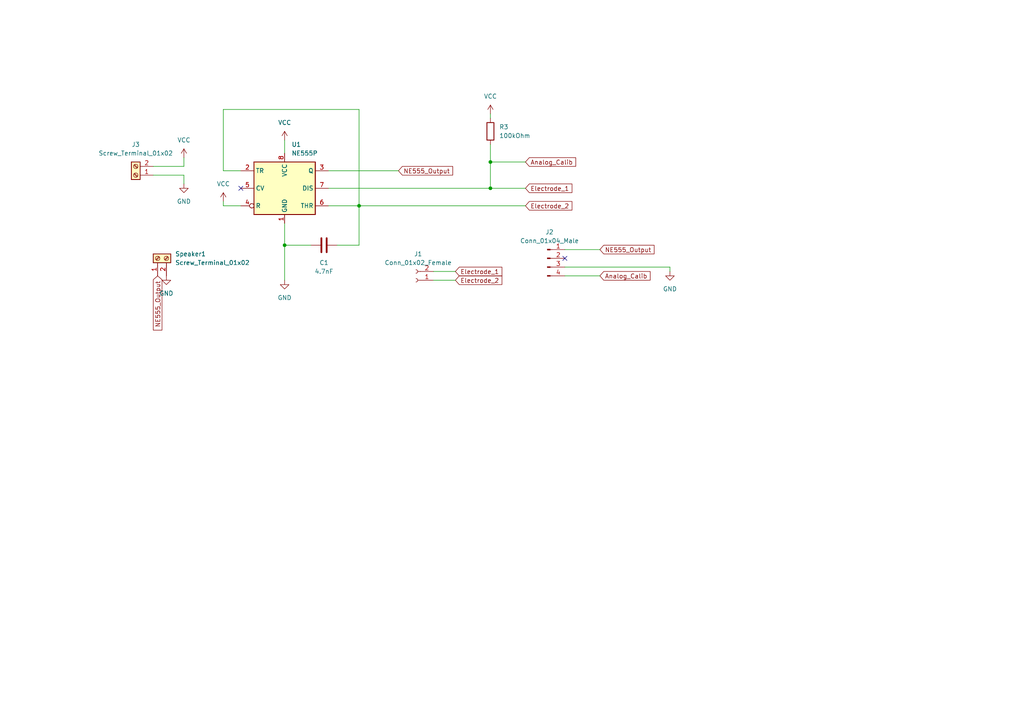
<source format=kicad_sch>
(kicad_sch (version 20211123) (generator eeschema)
  (paper "A4")
  (lib_symbols
    (symbol "Connector:Conn_01x02_Female" (pin_names (offset 1.016) hide)
      (property "Reference" "J" (at 0 2.54 0))
      (property "Value" "Conn_01x02_Female" (at 0 -5.08 0))
      (symbol "Conn_01x02_Female_1_1"
        (arc (start 0 -2.032) (mid -0.508 -2.54) (end 0 -3.048) (stroke (width 0.1524)))
        (polyline (pts (xy -1.27 -2.54) (xy -0.508 -2.54)) (stroke (width 0.1524)))
        (polyline (pts (xy -1.27 0) (xy -0.508 0)) (stroke (width 0.1524)))
        (arc (start 0 0.508) (mid -0.508 0) (end 0 -0.508) (stroke (width 0.1524)))
        (pin passive line (at -5.08 0 0) (length 3.81) (name "Pin_1") (number "1"))
        (pin passive line (at -5.08 -2.54 0) (length 3.81) (name "Pin_2") (number "2"))
      )
    )
    (symbol "Connector:Conn_01x04_Male" (pin_names (offset 1.016) hide)
      (property "Reference" "J" (at 0 5.08 0))
      (property "Value" "Conn_01x04_Male" (at 0 -7.62 0))
      (symbol "Conn_01x04_Male_1_1"
        (polyline (pts (xy 1.27 -5.08) (xy 0.8636 -5.08)) (stroke (width 0.1524)))
        (polyline (pts (xy 1.27 -2.54) (xy 0.8636 -2.54)) (stroke (width 0.1524)))
        (polyline (pts (xy 1.27 0) (xy 0.8636 0)) (stroke (width 0.1524)))
        (polyline (pts (xy 1.27 2.54) (xy 0.8636 2.54)) (stroke (width 0.1524)))
        (rectangle (start 0.8636 -4.953) (end 0 -5.207) (stroke (width 0.1524)) (fill (type outline)))
        (rectangle (start 0.8636 -2.413) (end 0 -2.667) (stroke (width 0.1524)) (fill (type outline)))
        (rectangle (start 0.8636 0.127) (end 0 -0.127) (stroke (width 0.1524)) (fill (type outline)))
        (rectangle (start 0.8636 2.667) (end 0 2.413) (stroke (width 0.1524)) (fill (type outline)))
        (pin passive line (at 5.08 2.54 180) (length 3.81) (name "Pin_1") (number "1"))
        (pin passive line (at 5.08 0 180) (length 3.81) (name "Pin_2") (number "2"))
        (pin passive line (at 5.08 -2.54 180) (length 3.81) (name "Pin_3") (number "3"))
        (pin passive line (at 5.08 -5.08 180) (length 3.81) (name "Pin_4") (number "4"))
      )
    )
    (symbol "Connector:Screw_Terminal_01x02" (pin_names (offset 1.016) hide)
      (property "Reference" "J" (at 0 2.54 0))
      (property "Value" "Screw_Terminal_01x02" (at 0 -5.08 0))
      (symbol "Screw_Terminal_01x02_1_1"
        (rectangle (start -1.27 1.27) (end 1.27 -3.81) (stroke (width 0.254)) (fill (type background)))
        (circle (center 0 -2.54) (radius 0.635) (stroke (width 0.1524)))
        (polyline (pts (xy -0.5334 -2.2098) (xy 0.3302 -3.048)) (stroke (width 0.1524)))
        (polyline (pts (xy -0.5334 0.3302) (xy 0.3302 -0.508)) (stroke (width 0.1524)))
        (polyline (pts (xy -0.3556 -2.032) (xy 0.508 -2.8702)) (stroke (width 0.1524)))
        (polyline (pts (xy -0.3556 0.508) (xy 0.508 -0.3302)) (stroke (width 0.1524)))
        (circle (center 0 0) (radius 0.635) (stroke (width 0.1524)))
        (pin passive line (at -5.08 0 0) (length 3.81) (name "Pin_1") (number "1"))
        (pin passive line (at -5.08 -2.54 0) (length 3.81) (name "Pin_2") (number "2"))
      )
    )
    (symbol "Device:C" (pin_numbers hide) (pin_names (offset 0.254))
      (property "Reference" "C" (at 0.635 2.54 0))
      (property "Value" "C" (at 0.635 -2.54 0))
      (symbol "C_0_1"
        (polyline (pts (xy -2.032 -0.762) (xy 2.032 -0.762)) (stroke (width 0.508)))
        (polyline (pts (xy -2.032 0.762) (xy 2.032 0.762)) (stroke (width 0.508)))
      )
      (symbol "C_1_1"
        (pin passive line (at 0 3.81 270) (length 2.794) (name "~") (number "1"))
        (pin passive line (at 0 -3.81 90) (length 2.794) (name "~") (number "2"))
      )
    )
    (symbol "Device:R" (pin_numbers hide) (pin_names (offset 0))
      (property "Reference" "R" (at 2.032 0 90))
      (property "Value" "R" (at 0 0 90))
      (symbol "R_0_1"
        (rectangle (start -1.016 -2.54) (end 1.016 2.54) (stroke (width 0.254)))
      )
      (symbol "R_1_1"
        (pin passive line (at 0 3.81 270) (length 1.27) (name "~") (number "1"))
        (pin passive line (at 0 -3.81 90) (length 1.27) (name "~") (number "2"))
      )
    )
    (symbol "Timer:NE555P"
      (property "Reference" "U" (at -10.16 8.89 0))
      (property "Value" "NE555P" (at 2.54 8.89 0))
      (symbol "NE555P_0_0"
        (pin power_in line (at 0 -10.16 90) (length 2.54) (name "GND") (number "1"))
        (pin power_in line (at 0 10.16 270) (length 2.54) (name "VCC") (number "8"))
      )
      (symbol "NE555P_0_1"
        (rectangle (start -8.89 -7.62) (end 8.89 7.62) (stroke (width 0.254)) (fill (type background)))
        (rectangle (start -8.89 -7.62) (end 8.89 7.62) (stroke (width 0.254)) (fill (type background)))
      )
      (symbol "NE555P_1_1"
        (pin input line (at -12.7 5.08 0) (length 3.81) (name "TR") (number "2"))
        (pin output line (at 12.7 5.08 180) (length 3.81) (name "Q") (number "3"))
        (pin input inverted (at -12.7 -5.08 0) (length 3.81) (name "R") (number "4"))
        (pin input line (at -12.7 0 0) (length 3.81) (name "CV") (number "5"))
        (pin input line (at 12.7 -5.08 180) (length 3.81) (name "THR") (number "6"))
        (pin input line (at 12.7 0 180) (length 3.81) (name "DIS") (number "7"))
      )
    )
    (symbol "power:GND" (power) (pin_names (offset 0))
      (property "Value" "GND" (at 0 -3.81 0))
      (symbol "GND_0_1"
        (polyline (pts (xy 0 0) (xy 0 -1.27) (xy 1.27 -1.27) (xy 0 -2.54) (xy -1.27 -1.27) (xy 0 -1.27)))
      )
      (symbol "GND_1_1"
        (pin power_in line (at 0 0 270) (length 0) hide (name "GND") (number "1"))
      )
    )
    (symbol "power:VCC" (power) (pin_names (offset 0))
      (property "Value" "VCC" (at 0 3.81 0))
      (symbol "VCC_0_1"
        (polyline (pts (xy -0.762 1.27) (xy 0 2.54)))
        (polyline (pts (xy 0 0) (xy 0 2.54)))
        (polyline (pts (xy 0 2.54) (xy 0.762 1.27)))
      )
      (symbol "VCC_1_1"
        (pin power_in line (at 0 0 90) (length 0) hide (name "VCC") (number "1"))
      )
    )
  )
  (junction (at 142.24 46.99))
  (junction (at 82.55 71.12))
  (junction (at 142.24 54.61))
  (junction (at 104.14 59.69))
  (no_connect (at 69.85 54.61))
  (no_connect (at 163.83 74.93))
  (wire (pts (xy 64.77 58.42) (xy 64.77 59.69)))
  (wire (pts (xy 142.24 33.02) (xy 142.24 34.29)))
  (wire (pts (xy 194.31 77.47) (xy 194.31 78.74)))
  (wire (pts (xy 163.83 77.47) (xy 194.31 77.47)))
  (wire (pts (xy 64.77 59.69) (xy 69.85 59.69)))
  (wire (pts (xy 44.45 48.26) (xy 53.34 48.26)))
  (wire (pts (xy 104.14 59.69) (xy 152.4 59.69)))
  (wire (pts (xy 104.14 31.75) (xy 104.14 59.69)))
  (wire (pts (xy 125.73 81.28) (xy 132.08 81.28)))
  (wire (pts (xy 163.83 72.39) (xy 173.99 72.39)))
  (wire (pts (xy 95.25 49.53) (xy 115.57 49.53)))
  (wire (pts (xy 142.24 54.61) (xy 152.4 54.61)))
  (wire (pts (xy 44.45 50.8) (xy 53.34 50.8)))
  (wire (pts (xy 82.55 71.12) (xy 82.55 81.28)))
  (wire (pts (xy 104.14 71.12) (xy 97.79 71.12)))
  (wire (pts (xy 142.24 46.99) (xy 152.4 46.99)))
  (wire (pts (xy 132.08 78.74) (xy 125.73 78.74)))
  (wire (pts (xy 82.55 71.12) (xy 90.17 71.12)))
  (wire (pts (xy 53.34 50.8) (xy 53.34 53.34)))
  (wire (pts (xy 142.24 46.99) (xy 142.24 54.61)))
  (wire (pts (xy 163.83 80.01) (xy 173.99 80.01)))
  (wire (pts (xy 53.34 48.26) (xy 53.34 45.72)))
  (wire (pts (xy 82.55 64.77) (xy 82.55 71.12)))
  (wire (pts (xy 64.77 49.53) (xy 69.85 49.53)))
  (wire (pts (xy 104.14 59.69) (xy 104.14 71.12)))
  (wire (pts (xy 64.77 49.53) (xy 64.77 31.75)))
  (wire (pts (xy 142.24 41.91) (xy 142.24 46.99)))
  (wire (pts (xy 95.25 59.69) (xy 104.14 59.69)))
  (wire (pts (xy 82.55 40.64) (xy 82.55 44.45)))
  (wire (pts (xy 95.25 54.61) (xy 142.24 54.61)))
  (wire (pts (xy 64.77 31.75) (xy 104.14 31.75)))
  (global_label "Analog_Calib" (shape input) (at 173.99 80.01 0) (property "Intersheet References" "${INTERSHEET_REFS}" (effects hide)))
  (global_label "Electrode_2" (shape input) (at 132.08 81.28 0) (property "Intersheet References" "${INTERSHEET_REFS}" (effects hide)))
  (global_label "Electrode_1" (shape input) (at 152.4 54.61 0) (property "Intersheet References" "${INTERSHEET_REFS}" (effects hide)))
  (global_label "NE555_Output" (shape input) (at 45.72 80.01 270) (property "Intersheet References" "${INTERSHEET_REFS}" (effects hide)))
  (global_label "Electrode_2" (shape input) (at 152.4 59.69 0) (property "Intersheet References" "${INTERSHEET_REFS}" (effects hide)))
  (global_label "NE555_Output" (shape input) (at 115.57 49.53 0) (property "Intersheet References" "${INTERSHEET_REFS}" (effects hide)))
  (global_label "Electrode_1" (shape input) (at 132.08 78.74 0) (property "Intersheet References" "${INTERSHEET_REFS}" (effects hide)))
  (global_label "Analog_Calib" (shape input) (at 152.4 46.99 0) (property "Intersheet References" "${INTERSHEET_REFS}" (effects hide)))
  (global_label "NE555_Output" (shape input) (at 173.99 72.39 0) (property "Intersheet References" "${INTERSHEET_REFS}" (effects hide)))
  (symbol (lib_id "Connector:Conn_01x04_Male") (at 158.75 74.93 0) (unit 1)
    (property "Reference" "J2" (at 159.385 67.31 0))
    (property "Value" "Conn_01x04_Male" (at 159.385 69.85 0))
    (property "Footprint" "Connector_PinSocket_2.54mm:PinSocket_1x04_P2.54mm_Vertical" (effects hide))
  )
  (symbol (lib_id "Connector:Screw_Terminal_01x02") (at 45.72 74.93 90) (unit 1)
    (property "Reference" "Speaker1" (at 50.8 73.6599 90) (effects (justify right)))
    (property "Value" "Screw_Terminal_01x02" (at 50.8 76.1999 90) (effects (justify right)))
    (property "Footprint" "TerminalBlock:TerminalBlock_bornier-2_P5.08mm" (effects hide))
  )
  (symbol (lib_id "power:VCC") (at 53.34 45.72 0) (unit 1)
    (property "Reference" "#PWR0102" (effects hide))
    (property "Value" "VCC" (at 53.34 40.64 0))
  )
  (symbol (lib_id "power:VCC") (at 142.24 33.02 0) (unit 1)
    (property "Reference" "#PWR05" (effects hide))
    (property "Value" "VCC" (at 142.24 27.94 0))
  )
  (symbol (lib_id "power:GND") (at 82.55 81.28 0) (unit 1)
    (property "Reference" "#PWR04" (effects hide))
    (property "Value" "GND" (at 82.55 86.36 0))
  )
  (symbol (lib_id "Connector:Conn_01x02_Female") (at 120.65 81.28 180) (unit 1)
    (property "Reference" "J1" (at 121.285 73.66 0))
    (property "Value" "Conn_01x02_Female" (at 121.285 76.2 0))
    (property "Footprint" "Connector_PinSocket_2.54mm:PinSocket_1x02_P2.54mm_Vertical" (effects hide))
  )
  (symbol (lib_id "Timer:NE555P") (at 82.55 54.61 0) (unit 1)
    (property "Reference" "U1" (at 84.5694 41.91 0) (effects (justify left)))
    (property "Value" "NE555P" (at 84.5694 44.45 0) (effects (justify left)))
    (property "Footprint" "NE555P:DIP794W45P254L959H508Q8" (effects hide))
    (property "Datasheet" "http://www.ti.com/lit/ds/symlink/ne555.pdf" (effects hide))
  )
  (symbol (lib_id "Device:C") (at 93.98 71.12 90) (unit 1)
    (property "Reference" "C1" (at 93.98 76.2 90))
    (property "Value" "4.7nF" (at 93.98 78.74 90))
    (property "Footprint" "Capacitor_THT:CP_Axial_L10.0mm_D4.5mm_P15.00mm_Horizontal" (effects hide))
  )
  (symbol (lib_id "power:GND") (at 53.34 53.34 0) (unit 1)
    (property "Reference" "#PWR0101" (effects hide))
    (property "Value" "GND" (at 53.34 58.42 0))
  )
  (symbol (lib_id "Device:R") (at 142.24 38.1 0) (unit 1)
    (property "Reference" "R3" (at 144.78 36.8299 0) (effects (justify left)))
    (property "Value" "100kOhm" (at 144.78 39.3699 0) (effects (justify left)))
    (property "Footprint" "Resistor_THT:R_Axial_DIN0207_L6.3mm_D2.5mm_P10.16mm_Horizontal" (effects hide))
  )
  (symbol (lib_id "power:VCC") (at 82.55 40.64 0) (unit 1)
    (property "Reference" "#PWR03" (effects hide))
    (property "Value" "VCC" (at 82.55 35.56 0))
  )
  (symbol (lib_id "power:VCC") (at 64.77 58.42 0) (unit 1)
    (property "Reference" "#PWR02" (effects hide))
    (property "Value" "VCC" (at 64.77 53.34 0))
  )
  (symbol (lib_id "power:GND") (at 194.31 78.74 0) (unit 1)
    (property "Reference" "#PWR0103" (effects hide))
    (property "Value" "GND" (at 194.31 83.82 0))
  )
  (symbol (lib_id "power:GND") (at 48.26 80.01 0) (unit 1)
    (property "Reference" "#PWR01" (effects hide))
    (property "Value" "GND" (at 48.26 85.09 0))
  )
  (symbol (lib_id "Connector:Screw_Terminal_01x02") (at 39.37 50.8 180) (unit 1)
    (property "Reference" "J3" (at 39.37 41.91 0))
    (property "Value" "Screw_Terminal_01x02" (at 39.37 44.45 0))
    (property "Footprint" "TerminalBlock:TerminalBlock_bornier-2_P5.08mm" (effects hide))
  )
)
</source>
